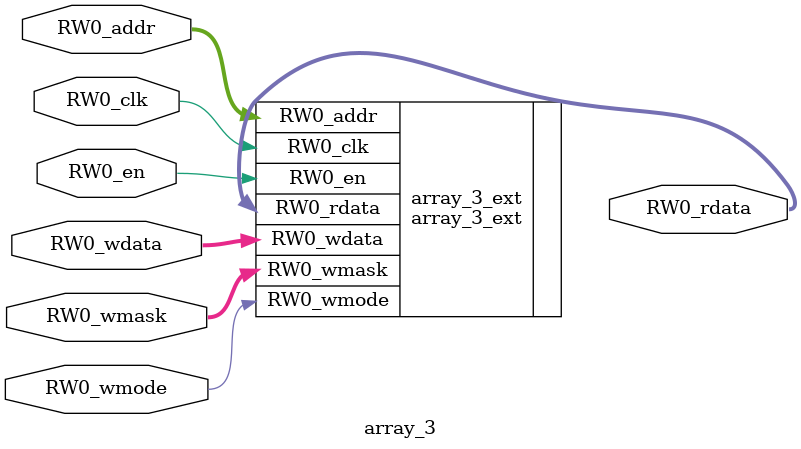
<source format=sv>
`ifndef RANDOMIZE
  `ifdef RANDOMIZE_MEM_INIT
    `define RANDOMIZE
  `endif // RANDOMIZE_MEM_INIT
`endif // not def RANDOMIZE
`ifndef RANDOMIZE
  `ifdef RANDOMIZE_REG_INIT
    `define RANDOMIZE
  `endif // RANDOMIZE_REG_INIT
`endif // not def RANDOMIZE

`ifndef RANDOM
  `define RANDOM $random
`endif // not def RANDOM

// Users can define INIT_RANDOM as general code that gets injected into the
// initializer block for modules with registers.
`ifndef INIT_RANDOM
  `define INIT_RANDOM
`endif // not def INIT_RANDOM

// If using random initialization, you can also define RANDOMIZE_DELAY to
// customize the delay used, otherwise 0.002 is used.
`ifndef RANDOMIZE_DELAY
  `define RANDOMIZE_DELAY 0.002
`endif // not def RANDOMIZE_DELAY

// Define INIT_RANDOM_PROLOG_ for use in our modules below.
`ifndef INIT_RANDOM_PROLOG_
  `ifdef RANDOMIZE
    `ifdef VERILATOR
      `define INIT_RANDOM_PROLOG_ `INIT_RANDOM
    `else  // VERILATOR
      `define INIT_RANDOM_PROLOG_ `INIT_RANDOM #`RANDOMIZE_DELAY begin end
    `endif // VERILATOR
  `else  // RANDOMIZE
    `define INIT_RANDOM_PROLOG_
  `endif // RANDOMIZE
`endif // not def INIT_RANDOM_PROLOG_

// Include register initializers in init blocks unless synthesis is set
`ifndef SYNTHESIS
  `ifndef ENABLE_INITIAL_REG_
    `define ENABLE_INITIAL_REG_
  `endif // not def ENABLE_INITIAL_REG_
`endif // not def SYNTHESIS

// Include rmemory initializers in init blocks unless synthesis is set
`ifndef SYNTHESIS
  `ifndef ENABLE_INITIAL_MEM_
    `define ENABLE_INITIAL_MEM_
  `endif // not def ENABLE_INITIAL_MEM_
`endif // not def SYNTHESIS

module array_3(
  input  [8:0]  RW0_addr,
  input         RW0_en,
  input         RW0_clk,
  input         RW0_wmode,
  input  [23:0] RW0_wdata,
  output [23:0] RW0_rdata,
  input  [1:0]  RW0_wmask
);

  array_3_ext array_3_ext (
    .RW0_addr  (RW0_addr),
    .RW0_en    (RW0_en),
    .RW0_clk   (RW0_clk),
    .RW0_wmode (RW0_wmode),
    .RW0_wdata (RW0_wdata),
    .RW0_rdata (RW0_rdata),
    .RW0_wmask (RW0_wmask)
  );
endmodule


</source>
